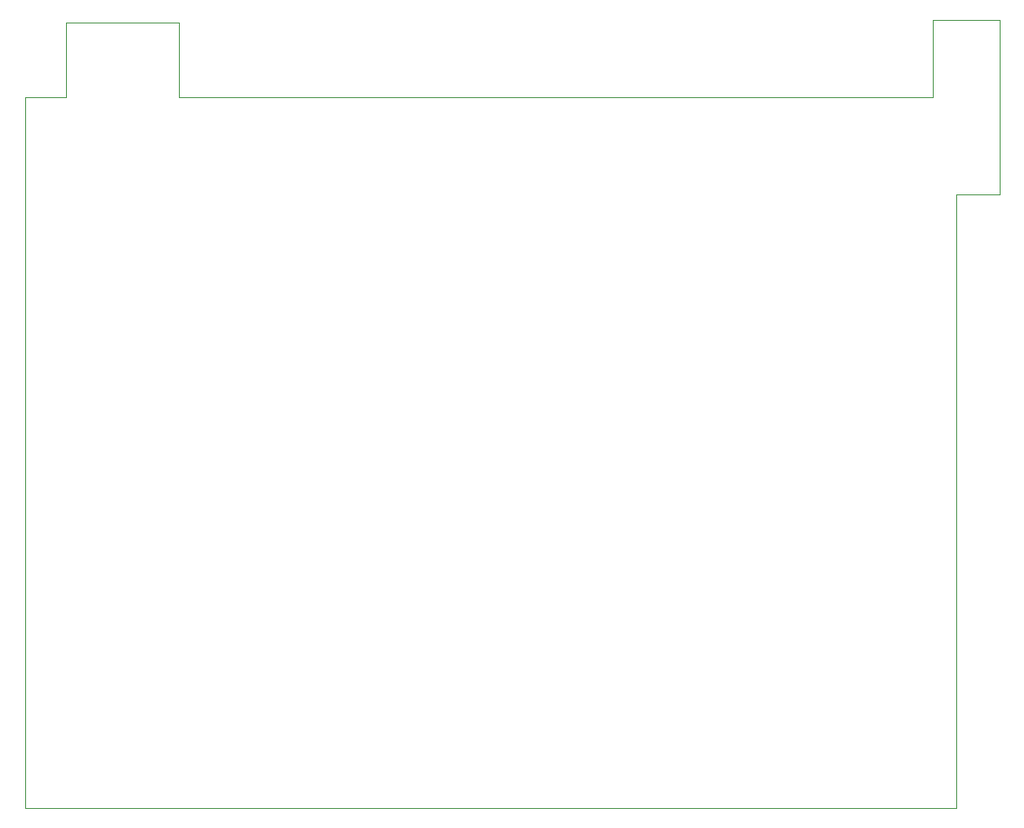
<source format=gbr>
%TF.GenerationSoftware,KiCad,Pcbnew,(6.0.6)*%
%TF.CreationDate,2022-12-14T08:04:59+09:00*%
%TF.ProjectId,split-mini__left,73706c69-742d-46d6-996e-695f5f6c6566,rev?*%
%TF.SameCoordinates,Original*%
%TF.FileFunction,Profile,NP*%
%FSLAX46Y46*%
G04 Gerber Fmt 4.6, Leading zero omitted, Abs format (unit mm)*
G04 Created by KiCad (PCBNEW (6.0.6)) date 2022-12-14 08:04:59*
%MOMM*%
%LPD*%
G01*
G04 APERTURE LIST*
%TA.AperFunction,Profile*%
%ADD10C,0.100000*%
%TD*%
G04 APERTURE END LIST*
D10*
X108880000Y-20730000D02*
X108880000Y-28230000D01*
X115380000Y-37730000D02*
X115380000Y-20730000D01*
X20380000Y-97555000D02*
X111155000Y-97555000D01*
X24380000Y-28230000D02*
X20380000Y-28230000D01*
X35380000Y-28230000D02*
X35380000Y-20930000D01*
X115380000Y-37730000D02*
X111155000Y-37730000D01*
X111155000Y-97555000D02*
X111155000Y-37730000D01*
X35380000Y-20930000D02*
X24380000Y-20930000D01*
X115380000Y-20730000D02*
X108880000Y-20730000D01*
X20380000Y-28230000D02*
X20380000Y-97555000D01*
X108880000Y-28230000D02*
X35380000Y-28230000D01*
X24380000Y-20930000D02*
X24380000Y-28230000D01*
M02*

</source>
